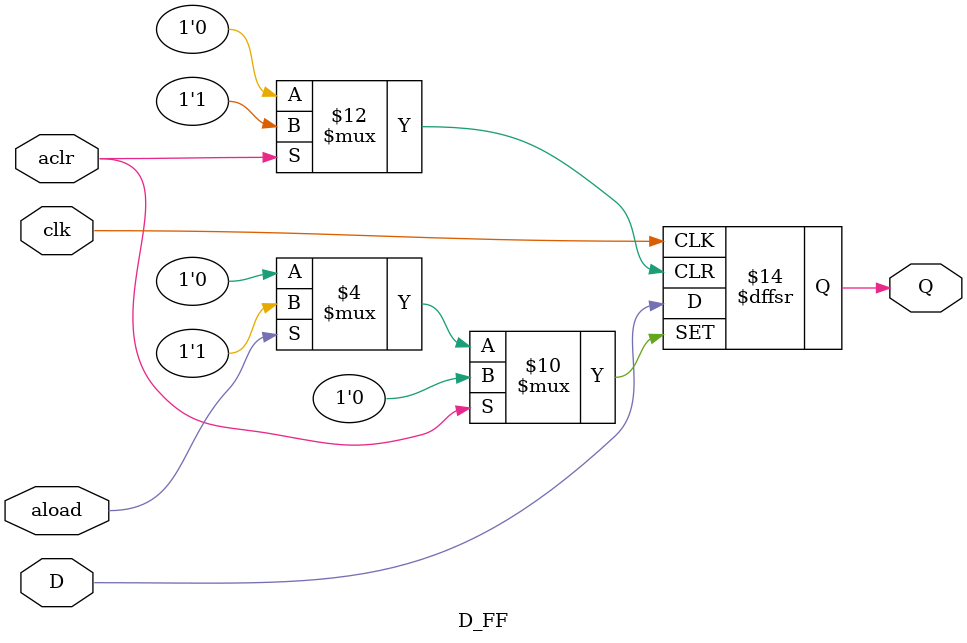
<source format=v>
module D_FF(
	input D,
	input clk,
	input aload,
	input aclr,
	output reg Q
);

//assuming the "a" in clr & load mean asynchronous

always @(posedge clk or posedge aclr or posedge aload)
begin

	if (aclr)		//clr takes priority
		Q <= 1'b0;
		
	else if (aload)	//load takes second priority
		Q <= 1'b1;
		
	else
		Q <= D;
			

end	//end always


endmodule

</source>
